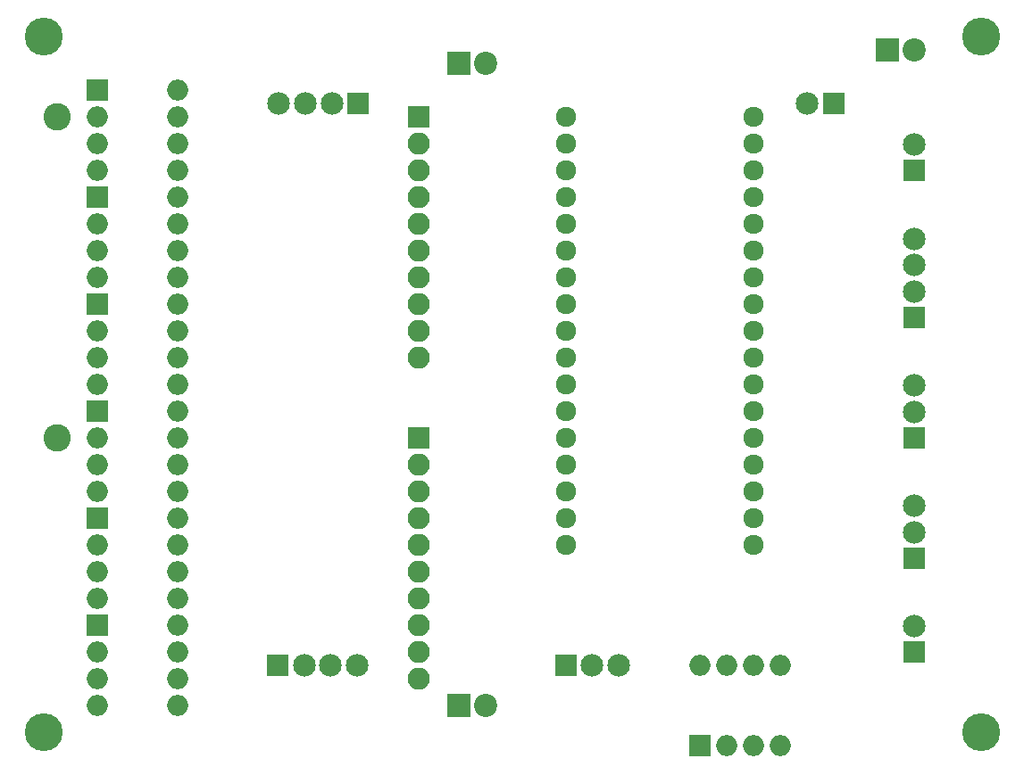
<source format=gbs>
G04 #@! TF.GenerationSoftware,KiCad,Pcbnew,(5.0.0-3-g5ebb6b6)*
G04 #@! TF.CreationDate,2018-07-28T18:34:54+09:00*
G04 #@! TF.ProjectId,MD_Controller,4D445F436F6E74726F6C6C65722E6B69,rev?*
G04 #@! TF.SameCoordinates,Original*
G04 #@! TF.FileFunction,Soldermask,Bot*
G04 #@! TF.FilePolarity,Negative*
%FSLAX46Y46*%
G04 Gerber Fmt 4.6, Leading zero omitted, Abs format (unit mm)*
G04 Created by KiCad (PCBNEW (5.0.0-3-g5ebb6b6)) date *
%MOMM*%
%LPD*%
G01*
G04 APERTURE LIST*
%ADD10C,3.600000*%
%ADD11C,2.600000*%
%ADD12R,2.200000X2.200000*%
%ADD13C,2.200000*%
%ADD14R,2.000000X2.000000*%
%ADD15O,2.000000X2.000000*%
%ADD16R,2.100000X2.100000*%
%ADD17O,2.100000X2.100000*%
%ADD18C,1.924000*%
%ADD19R,2.150000X2.150000*%
%ADD20C,2.150000*%
G04 APERTURE END LIST*
D10*
G04 #@! TO.C,*
X116840000Y-127000000D03*
G04 #@! TD*
G04 #@! TO.C,*
X205740000Y-127000000D03*
G04 #@! TD*
G04 #@! TO.C,*
X205740000Y-60960000D03*
G04 #@! TD*
G04 #@! TO.C,*
X116840000Y-60960000D03*
G04 #@! TD*
D11*
G04 #@! TO.C,*
X118110000Y-68580000D03*
G04 #@! TD*
G04 #@! TO.C,*
X118110000Y-99060000D03*
G04 #@! TD*
D12*
G04 #@! TO.C,D2*
X196850000Y-62230000D03*
D13*
X199390000Y-62230000D03*
G04 #@! TD*
D12*
G04 #@! TO.C,D11*
X156210000Y-63500000D03*
D13*
X158750000Y-63500000D03*
G04 #@! TD*
D12*
G04 #@! TO.C,D12*
X156210000Y-124460000D03*
D13*
X158750000Y-124460000D03*
G04 #@! TD*
D14*
G04 #@! TO.C,F1*
X121920000Y-66040000D03*
D15*
X129540000Y-73660000D03*
X121920000Y-68580000D03*
X129540000Y-71120000D03*
X121920000Y-71120000D03*
X129540000Y-68580000D03*
X121920000Y-73660000D03*
X129540000Y-66040000D03*
G04 #@! TD*
D14*
G04 #@! TO.C,F2*
X121920000Y-76200000D03*
D15*
X129540000Y-83820000D03*
X121920000Y-78740000D03*
X129540000Y-81280000D03*
X121920000Y-81280000D03*
X129540000Y-78740000D03*
X121920000Y-83820000D03*
X129540000Y-76200000D03*
G04 #@! TD*
D14*
G04 #@! TO.C,F3*
X121920000Y-86360000D03*
D15*
X129540000Y-93980000D03*
X121920000Y-88900000D03*
X129540000Y-91440000D03*
X121920000Y-91440000D03*
X129540000Y-88900000D03*
X121920000Y-93980000D03*
X129540000Y-86360000D03*
G04 #@! TD*
D14*
G04 #@! TO.C,F4*
X121920000Y-96520000D03*
D15*
X129540000Y-104140000D03*
X121920000Y-99060000D03*
X129540000Y-101600000D03*
X121920000Y-101600000D03*
X129540000Y-99060000D03*
X121920000Y-104140000D03*
X129540000Y-96520000D03*
G04 #@! TD*
D14*
G04 #@! TO.C,F5*
X121920000Y-106680000D03*
D15*
X129540000Y-114300000D03*
X121920000Y-109220000D03*
X129540000Y-111760000D03*
X121920000Y-111760000D03*
X129540000Y-109220000D03*
X121920000Y-114300000D03*
X129540000Y-106680000D03*
G04 #@! TD*
D14*
G04 #@! TO.C,F6*
X121920000Y-116840000D03*
D15*
X129540000Y-124460000D03*
X121920000Y-119380000D03*
X129540000Y-121920000D03*
X121920000Y-121920000D03*
X129540000Y-119380000D03*
X121920000Y-124460000D03*
X129540000Y-116840000D03*
G04 #@! TD*
D16*
G04 #@! TO.C,VNH5019*
X152400000Y-68580000D03*
D17*
X152400000Y-71120000D03*
X152400000Y-73660000D03*
X152400000Y-76200000D03*
X152400000Y-78740000D03*
X152400000Y-81280000D03*
X152400000Y-83820000D03*
X152400000Y-86360000D03*
X152400000Y-88900000D03*
X152400000Y-91440000D03*
G04 #@! TD*
D16*
G04 #@! TO.C,VNH5019*
X152400000Y-99060000D03*
D17*
X152400000Y-101600000D03*
X152400000Y-104140000D03*
X152400000Y-106680000D03*
X152400000Y-109220000D03*
X152400000Y-111760000D03*
X152400000Y-114300000D03*
X152400000Y-116840000D03*
X152400000Y-119380000D03*
X152400000Y-121920000D03*
G04 #@! TD*
D18*
G04 #@! TO.C,minibed*
X166370000Y-68580000D03*
X166370000Y-71120000D03*
X166370000Y-73660000D03*
X166370000Y-76200000D03*
X166370000Y-78740000D03*
X166370000Y-81280000D03*
X166370000Y-83820000D03*
X166370000Y-86360000D03*
X166370000Y-88900000D03*
X166370000Y-91440000D03*
X166370000Y-93980000D03*
X166370000Y-96520000D03*
X166370000Y-99060000D03*
X166370000Y-101600000D03*
X166370000Y-104140000D03*
X166370000Y-106680000D03*
X166370000Y-109220000D03*
X184150000Y-109220000D03*
X184150000Y-106680000D03*
X184150000Y-104140000D03*
X184150000Y-101600000D03*
X184150000Y-99060000D03*
X184150000Y-96520000D03*
X184150000Y-93980000D03*
X184150000Y-91440000D03*
X184150000Y-88900000D03*
X184150000Y-86360000D03*
X184150000Y-83820000D03*
X184150000Y-81280000D03*
X184150000Y-78740000D03*
X184150000Y-76200000D03*
X184150000Y-73660000D03*
X184150000Y-71120000D03*
X184150000Y-68580000D03*
G04 #@! TD*
D19*
G04 #@! TO.C,+5V*
X199390000Y-73660000D03*
D20*
X199390000Y-71160000D03*
G04 #@! TD*
D19*
G04 #@! TO.C,CAN*
X199390000Y-119380000D03*
D20*
X199390000Y-116880000D03*
G04 #@! TD*
D19*
G04 #@! TO.C,Potentio*
X199390000Y-110490000D03*
D20*
X199390000Y-107990000D03*
X199390000Y-105490000D03*
G04 #@! TD*
D19*
G04 #@! TO.C,Encoder*
X199390000Y-87630000D03*
D20*
X199390000Y-85130000D03*
X199390000Y-82630000D03*
X199390000Y-80130000D03*
G04 #@! TD*
D14*
G04 #@! TO.C,DIP_SW*
X179070000Y-128270000D03*
D15*
X186690000Y-120650000D03*
X181610000Y-128270000D03*
X184150000Y-120650000D03*
X184150000Y-128270000D03*
X181610000Y-120650000D03*
X186690000Y-128270000D03*
X179070000Y-120650000D03*
G04 #@! TD*
D19*
G04 #@! TO.C,+5V*
X191770000Y-67310000D03*
D20*
X189270000Y-67310000D03*
G04 #@! TD*
D19*
G04 #@! TO.C,MD1_Input*
X146685000Y-67310000D03*
D20*
X144185000Y-67310000D03*
X141685000Y-67310000D03*
X139185000Y-67310000D03*
G04 #@! TD*
D19*
G04 #@! TO.C,MD2_Input*
X139065000Y-120650000D03*
D20*
X141565000Y-120650000D03*
X144065000Y-120650000D03*
X146565000Y-120650000D03*
G04 #@! TD*
D19*
G04 #@! TO.C,UART*
X199390000Y-99060000D03*
D20*
X199390000Y-96560000D03*
X199390000Y-94060000D03*
G04 #@! TD*
D19*
G04 #@! TO.C,CS*
X166370000Y-120650000D03*
D20*
X168870000Y-120650000D03*
X171370000Y-120650000D03*
G04 #@! TD*
M02*

</source>
